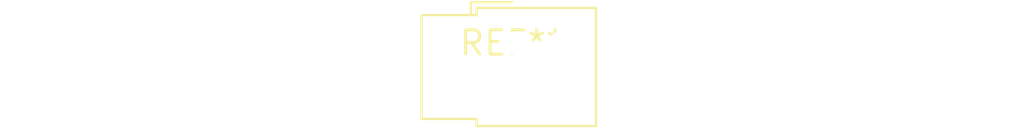
<source format=kicad_pcb>
(kicad_pcb (version 20240108) (generator pcbnew)
  (layers (0 "F.Cu" signal) (31 "B.Cu" signal) (34 "B.Paste" user) (35 "F.Paste" user) (36 "B.SilkS" user "B.Silkscreen") (37 "F.SilkS" user "F.Silkscreen") (38 "B.Mask" user) (39 "F.Mask" user) (44 "Edge.Cuts" user))
  (net 0 "")
  (footprint "Molex_Nano-Fit_105310-xx04_2x02_P2.50mm_Vertical" (layer "F.Cu") (at 0 0)
    (property "Reference" "REF**")
    (property "Value" "Molex_Nano-Fit_105310-xx04_2x02_P2.50mm_Vertical")
    (fp_line (start -4.71 -1.46) (end -4.71 1.25) (layer "F.SilkS") (stroke (width 0.12)))
    (fp_line (start -4.71 3.96) (end -4.71 1.25) (layer "F.SilkS") (stroke (width 0.12)))
    (fp_line (start -2.15 -2.13) (end -2.15 -1.46) (layer "F.SilkS") (stroke (width 0.12)))
    (fp_line (start -1.85 -1.83) (end -1.85 -1.46) (layer "F.SilkS") (stroke (width 0.12)))
    (fp_line (start -1.85 -1.46) (end -4.71 -1.46) (layer "F.SilkS") (stroke (width 0.12)))
    (fp_line (start -1.85 3.96) (end -4.71 3.96) (layer "F.SilkS") (stroke (width 0.12)))
    (fp_line (start -1.85 4.33) (end -1.85 3.96) (layer "F.SilkS") (stroke (width 0.12)))
    (fp_line (start 0 -2.13) (end -2.15 -2.13) (layer "F.SilkS") (stroke (width 0.12)))
    (fp_line (start 4.35 -1.83) (end -1.85 -1.83) (layer "F.SilkS") (stroke (width 0.12)))
    (fp_line (start 4.35 1.25) (end 4.35 -1.83) (layer "F.SilkS") (stroke (width 0.12)))
    (fp_line (start 4.35 1.25) (end 4.35 4.33) (layer "F.SilkS") (stroke (width 0.12)))
    (fp_line (start 4.35 4.33) (end -1.85 4.33) (layer "F.SilkS") (stroke (width 0.12)))
    (pad "" np_thru_hole circle (at -1.34 1.25) (size 1.3 1.3) (drill 1.3) (layers *.Cu *.Mask))
    (pad "1" thru_hole custom (at 0 0) (size 1.417157 1.417157) (drill 1.2) (layers *.Cu *.Mask) (remove_unused_layers) (options (clearance outline) (anchor circle)) (primitives (gr_poly (pts (xy 0.6 0.6) (xy -0.2 0.6) (xy -0.6 0.2) (xy -0.6 -0.6) (xy 0.6 -0.6)) (width 0.5) (fill yes))))
    (pad "2" thru_hole circle (at 0 2.5) (size 1.7 1.7) (drill 1.2) (layers *.Cu *.Mask) (remove_unused_layers))
    (pad "3" thru_hole circle (at 2.5 0) (size 1.7 1.7) (drill 1.2) (layers *.Cu *.Mask) (remove_unused_layers))
    (pad "4" thru_hole circle (at 2.5 2.5) (size 1.7 1.7) (drill 1.2) (layers *.Cu *.Mask) (remove_unused_layers))
  )
)
</source>
